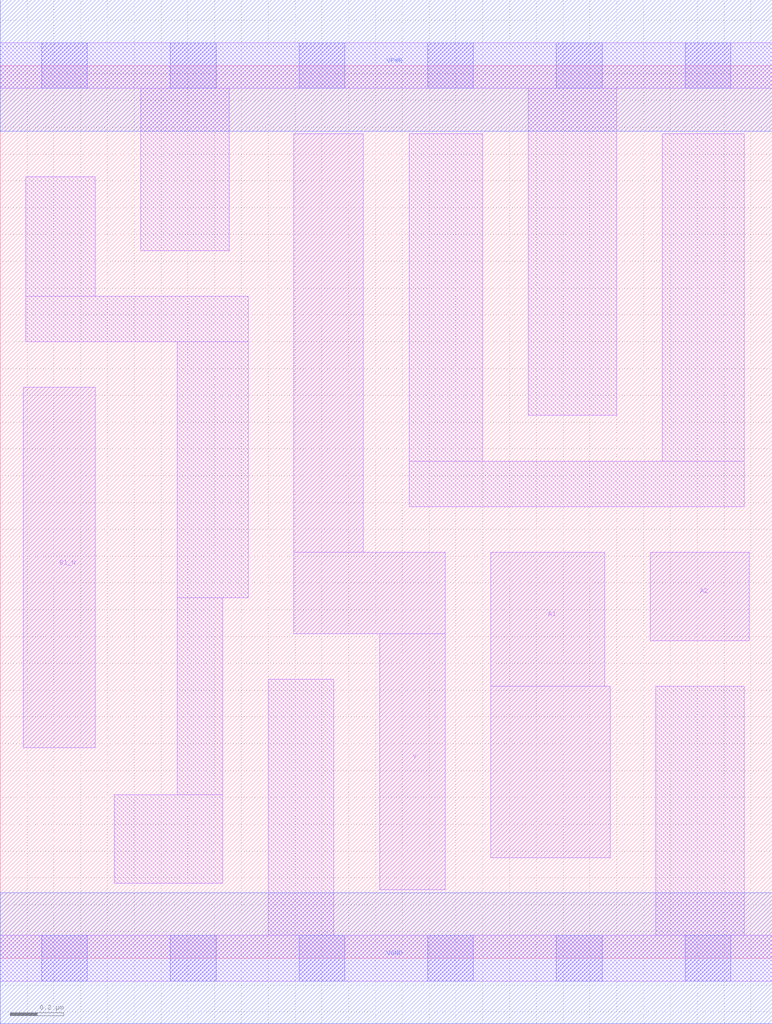
<source format=lef>
# Copyright 2020 The SkyWater PDK Authors
#
# Licensed under the Apache License, Version 2.0 (the "License");
# you may not use this file except in compliance with the License.
# You may obtain a copy of the License at
#
#     https://www.apache.org/licenses/LICENSE-2.0
#
# Unless required by applicable law or agreed to in writing, software
# distributed under the License is distributed on an "AS IS" BASIS,
# WITHOUT WARRANTIES OR CONDITIONS OF ANY KIND, either express or implied.
# See the License for the specific language governing permissions and
# limitations under the License.
#
# SPDX-License-Identifier: Apache-2.0

VERSION 5.7 ;
  NOWIREEXTENSIONATPIN ON ;
  DIVIDERCHAR "/" ;
  BUSBITCHARS "[]" ;
UNITS
  DATABASE MICRONS 200 ;
END UNITS
MACRO sky130_fd_sc_lp__a21boi_1
  CLASS CORE ;
  FOREIGN sky130_fd_sc_lp__a21boi_1 ;
  ORIGIN  0.000000  0.000000 ;
  SIZE  2.880000 BY  3.330000 ;
  SYMMETRY X Y R90 ;
  SITE unit ;
  PIN A1
    ANTENNAGATEAREA  0.315000 ;
    DIRECTION INPUT ;
    USE SIGNAL ;
    PORT
      LAYER li1 ;
        RECT 1.830000 0.375000 2.275000 1.015000 ;
        RECT 1.830000 1.015000 2.255000 1.515000 ;
    END
  END A1
  PIN A2
    ANTENNAGATEAREA  0.315000 ;
    DIRECTION INPUT ;
    USE SIGNAL ;
    PORT
      LAYER li1 ;
        RECT 2.425000 1.185000 2.795000 1.515000 ;
    END
  END A2
  PIN B1_N
    ANTENNAGATEAREA  0.126000 ;
    DIRECTION INPUT ;
    USE SIGNAL ;
    PORT
      LAYER li1 ;
        RECT 0.085000 0.785000 0.355000 2.130000 ;
    END
  END B1_N
  PIN Y
    ANTENNADIFFAREA  0.623700 ;
    DIRECTION OUTPUT ;
    USE SIGNAL ;
    PORT
      LAYER li1 ;
        RECT 1.095000 1.210000 1.660000 1.515000 ;
        RECT 1.095000 1.515000 1.355000 3.075000 ;
        RECT 1.415000 0.255000 1.660000 1.210000 ;
    END
  END Y
  PIN VGND
    DIRECTION INOUT ;
    USE GROUND ;
    PORT
      LAYER met1 ;
        RECT 0.000000 -0.245000 2.880000 0.245000 ;
    END
  END VGND
  PIN VPWR
    DIRECTION INOUT ;
    USE POWER ;
    PORT
      LAYER met1 ;
        RECT 0.000000 3.085000 2.880000 3.575000 ;
    END
  END VPWR
  OBS
    LAYER li1 ;
      RECT 0.000000 -0.085000 2.880000 0.085000 ;
      RECT 0.000000  3.245000 2.880000 3.415000 ;
      RECT 0.095000  2.300000 0.925000 2.470000 ;
      RECT 0.095000  2.470000 0.355000 2.915000 ;
      RECT 0.425000  0.280000 0.830000 0.610000 ;
      RECT 0.525000  2.640000 0.855000 3.245000 ;
      RECT 0.660000  0.610000 0.830000 1.345000 ;
      RECT 0.660000  1.345000 0.925000 2.300000 ;
      RECT 1.000000  0.085000 1.245000 1.040000 ;
      RECT 1.525000  1.685000 2.775000 1.855000 ;
      RECT 1.525000  1.855000 1.800000 3.075000 ;
      RECT 1.970000  2.025000 2.300000 3.245000 ;
      RECT 2.445000  0.085000 2.775000 1.015000 ;
      RECT 2.470000  1.855000 2.775000 3.075000 ;
    LAYER mcon ;
      RECT 0.155000 -0.085000 0.325000 0.085000 ;
      RECT 0.155000  3.245000 0.325000 3.415000 ;
      RECT 0.635000 -0.085000 0.805000 0.085000 ;
      RECT 0.635000  3.245000 0.805000 3.415000 ;
      RECT 1.115000 -0.085000 1.285000 0.085000 ;
      RECT 1.115000  3.245000 1.285000 3.415000 ;
      RECT 1.595000 -0.085000 1.765000 0.085000 ;
      RECT 1.595000  3.245000 1.765000 3.415000 ;
      RECT 2.075000 -0.085000 2.245000 0.085000 ;
      RECT 2.075000  3.245000 2.245000 3.415000 ;
      RECT 2.555000 -0.085000 2.725000 0.085000 ;
      RECT 2.555000  3.245000 2.725000 3.415000 ;
  END
END sky130_fd_sc_lp__a21boi_1
END LIBRARY

</source>
